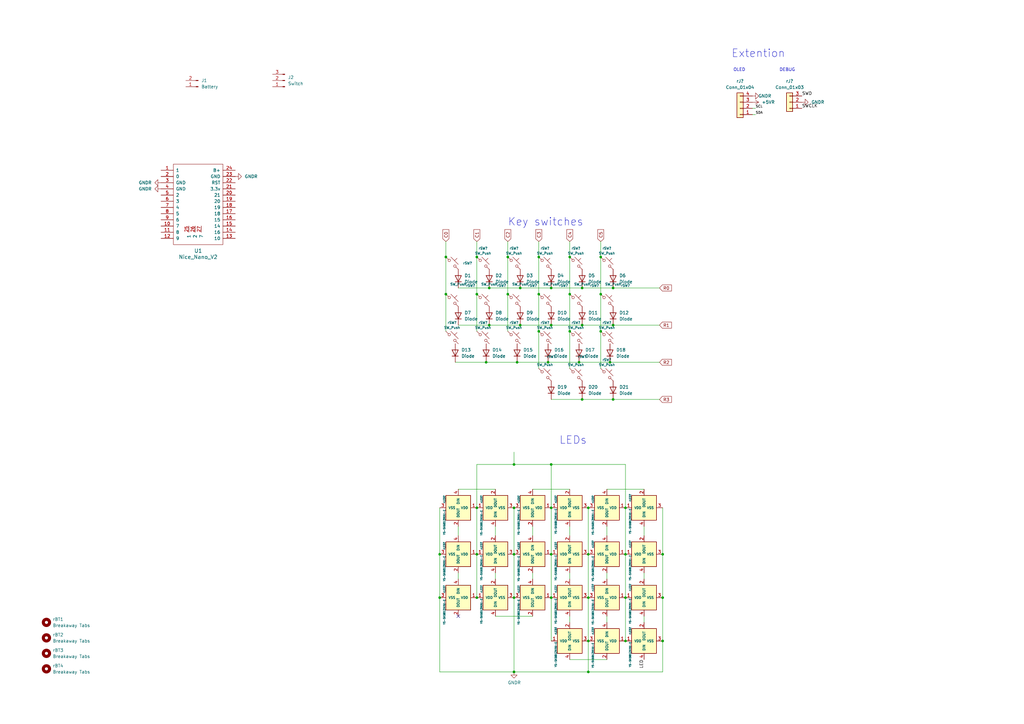
<source format=kicad_sch>
(kicad_sch (version 20250114) (generator "eeschema") (generator_version "9.0")
  (paper "A3")
  (title_block (title "Corne Right") (date "2023-10-07") (rev "4.0.0") (company "foostan"))
  (lib_symbols
    (symbol "Connector:Conn_01x02_Pin" (pin_names (offset 1.016) (hide yes))
      (property "Reference" "J" (at 0 2.54 0))
      (property "Value" "Conn_01x02_Pin" (at 0 -5.08 0))
      (symbol "Conn_01x02_Pin_1_1"
        (rectangle (start 0.8636 0.127) (end 0 -0.127) (stroke (width 0.1524)) (fill (type outline)))
        (rectangle (start 0.8636 -2.413) (end 0 -2.667) (stroke (width 0.1524)) (fill (type outline)))
        (polyline (pts (xy 1.27 0) (xy 0.8636 0)) (stroke (width 0.1524)))
        (polyline (pts (xy 1.27 -2.54) (xy 0.8636 -2.54)) (stroke (width 0.1524)))
        (pin passive line (at 5.08 0 180) (length 3.81) (name "Pin_1") (number "1"))
        (pin passive line (at 5.08 -2.54 180) (length 3.81) (name "Pin_2") (number "2"))
      )
    )
    (symbol "Connector:Conn_01x03_Pin" (pin_names (offset 1.016) (hide yes))
      (property "Reference" "J" (at 0 5.08 0))
      (property "Value" "Conn_01x03_Pin" (at 0 -5.08 0))
      (symbol "Conn_01x03_Pin_1_1"
        (rectangle (start 0.8636 2.667) (end 0 2.413) (stroke (width 0.1524)) (fill (type outline)))
        (rectangle (start 0.8636 0.127) (end 0 -0.127) (stroke (width 0.1524)) (fill (type outline)))
        (rectangle (start 0.8636 -2.413) (end 0 -2.667) (stroke (width 0.1524)) (fill (type outline)))
        (polyline (pts (xy 1.27 2.54) (xy 0.8636 2.54)) (stroke (width 0.1524)))
        (polyline (pts (xy 1.27 0) (xy 0.8636 0)) (stroke (width 0.1524)))
        (polyline (pts (xy 1.27 -2.54) (xy 0.8636 -2.54)) (stroke (width 0.1524)))
        (pin passive line (at 5.08 2.54 180) (length 3.81) (name "Pin_1") (number "1"))
        (pin passive line (at 5.08 0 180) (length 3.81) (name "Pin_2") (number "2"))
        (pin passive line (at 5.08 -2.54 180) (length 3.81) (name "Pin_3") (number "3"))
      )
    )
    (symbol "Connector_Generic:Conn_01x03" (pin_names (offset 1.016) (hide yes))
      (property "Reference" "J" (at 0 5.08 0))
      (property "Value" "Conn_01x03" (at 0 -5.08 0))
      (symbol "Conn_01x03_1_1"
        (rectangle (start -1.27 3.81) (end 1.27 -3.81) (stroke (width 0.254)) (fill (type background)))
        (rectangle (start -1.27 2.667) (end 0 2.413) (stroke (width 0.1524)))
        (rectangle (start -1.27 0.127) (end 0 -0.127) (stroke (width 0.1524)))
        (rectangle (start -1.27 -2.413) (end 0 -2.667) (stroke (width 0.1524)))
        (pin passive line (at -5.08 2.54 0) (length 3.81) (name "Pin_1") (number "1"))
        (pin passive line (at -5.08 0 0) (length 3.81) (name "Pin_2") (number "2"))
        (pin passive line (at -5.08 -2.54 0) (length 3.81) (name "Pin_3") (number "3"))
      )
    )
    (symbol "Connector_Generic:Conn_01x04" (pin_names (offset 1.016) (hide yes))
      (property "Reference" "J" (at 0 5.08 0))
      (property "Value" "Conn_01x04" (at 0 -7.62 0))
      (symbol "Conn_01x04_1_1"
        (rectangle (start -1.27 3.81) (end 1.27 -6.35) (stroke (width 0.254)) (fill (type background)))
        (rectangle (start -1.27 2.667) (end 0 2.413) (stroke (width 0.1524)))
        (rectangle (start -1.27 0.127) (end 0 -0.127) (stroke (width 0.1524)))
        (rectangle (start -1.27 -2.413) (end 0 -2.667) (stroke (width 0.1524)))
        (rectangle (start -1.27 -4.953) (end 0 -5.207) (stroke (width 0.1524)))
        (pin passive line (at -5.08 2.54 0) (length 3.81) (name "Pin_1") (number "1"))
        (pin passive line (at -5.08 0 0) (length 3.81) (name "Pin_2") (number "2"))
        (pin passive line (at -5.08 -2.54 0) (length 3.81) (name "Pin_3") (number "3"))
        (pin passive line (at -5.08 -5.08 0) (length 3.81) (name "Pin_4") (number "4"))
      )
    )
    (symbol "Mechanical:MountingHole" (pin_names (offset 1.016))
      (property "Reference" "H" (at 0 5.08 0))
      (property "Value" "MountingHole" (at 0 3.175 0))
      (symbol "MountingHole_0_1"
        (circle (center 0 0) (radius 1.27) (stroke (width 1.27)))
      )
    )
    (symbol "ScottoKeebs:MCU_Nice_Nano_V2" (pin_names (offset 1.016))
      (property "Reference" "U" (at 0 0 0))
      (property "Value" "Nice_Nano_V2" (at 0 -19.05 0))
      (symbol "MCU_Nice_Nano_V2_0_1"
        (rectangle (start -10.16 16.51) (end 10.16 -16.51))
      )
      (symbol "MCU_Nice_Nano_V2_1_1"
        (pin input line (at -15.24 13.97 0) (length 5.08) (name "1") (number "1"))
        (pin input line (at -15.24 11.43 0) (length 5.08) (name "0") (number "2"))
        (pin input line (at -15.24 8.89 0) (length 5.08) (name "GND") (number "3"))
        (pin input line (at -15.24 6.35 0) (length 5.08) (name "GND") (number "4"))
        (pin input line (at -15.24 3.81 0) (length 5.08) (name "2") (number "5"))
        (pin input line (at -15.24 1.27 0) (length 5.08) (name "3") (number "6"))
        (pin input line (at -15.24 -1.27 0) (length 5.08) (name "4") (number "7"))
        (pin input line (at -15.24 -3.81 0) (length 5.08) (name "5") (number "8"))
        (pin input line (at -15.24 -6.35 0) (length 5.08) (name "6") (number "9"))
        (pin input line (at -15.24 -8.89 0) (length 5.08) (name "7") (number "10"))
        (pin input line (at -15.24 -11.43 0) (length 5.08) (name "8") (number "11"))
        (pin input line (at -15.24 -13.97 0) (length 5.08) (name "9") (number "12"))
        (pin input line (at -3.81 -8.89 270) (length 2.5) (name "1") (number "25"))
        (pin input line (at -1.27 -8.89 270) (length 2.5) (name "2") (number "26"))
        (pin input line (at 1.27 -8.89 270) (length 2.5) (name "7") (number "27"))
        (pin input line (at 15.24 13.97 180) (length 5.08) (name "B+") (number "24"))
        (pin input line (at 15.24 11.43 180) (length 5.08) (name "GND") (number "23"))
        (pin input line (at 15.24 8.89 180) (length 5.08) (name "RST") (number "22"))
        (pin input line (at 15.24 6.35 180) (length 5.08) (name "3.3v") (number "21"))
        (pin input line (at 15.24 3.81 180) (length 5.08) (name "21") (number "20"))
        (pin input line (at 15.24 1.27 180) (length 5.08) (name "20") (number "19"))
        (pin input line (at 15.24 -1.27 180) (length 5.08) (name "19") (number "18"))
        (pin input line (at 15.24 -3.81 180) (length 5.08) (name "18") (number "17"))
        (pin input line (at 15.24 -6.35 180) (length 5.08) (name "15") (number "16"))
        (pin input line (at 15.24 -8.89 180) (length 5.08) (name "14") (number "15"))
        (pin input line (at 15.24 -11.43 180) (length 5.08) (name "16") (number "14"))
        (pin input line (at 15.24 -13.97 180) (length 5.08) (name "10") (number "13"))
      )
    )
    (symbol "ScottoKeebs:Placeholder_Diode" (pin_numbers (hide yes)) (pin_names (hide yes))
      (property "Reference" "D" (at 0 2.54 0))
      (property "Value" "Diode" (at 0 -2.54 0))
      (symbol "Placeholder_Diode_0_1"
        (polyline (pts (xy -1.27 1.27) (xy -1.27 -1.27)) (stroke (width 0.254)))
        (polyline (pts (xy 1.27 1.27) (xy 1.27 -1.27) (xy -1.27 0) (xy 1.27 1.27)) (stroke (width 0.254)))
        (polyline (pts (xy 1.27 0) (xy -1.27 0)))
      )
      (symbol "Placeholder_Diode_1_1"
        (pin passive line (at -3.81 0 0) (length 2.54) (name "K") (number "1"))
        (pin passive line (at 3.81 0 180) (length 2.54) (name "A") (number "2"))
      )
    )
    (symbol "Switch:SW_Push_45deg" (pin_numbers (hide yes)) (pin_names (offset 1.016) (hide yes))
      (property "Reference" "SW" (at 3.048 1.016 0))
      (property "Value" "SW_Push_45deg" (at 0 -3.81 0))
      (symbol "SW_Push_45deg_0_1"
        (polyline (pts (xy -2.54 2.54) (xy -1.524 1.524) (xy -1.524 1.524)))
        (circle (center -1.1684 1.1684) (radius 0.508))
        (polyline (pts (xy -0.508 2.54) (xy 2.54 -0.508)))
        (polyline (pts (xy 1.016 1.016) (xy 2.032 2.032)))
        (circle (center 1.143 -1.1938) (radius 0.508))
        (polyline (pts (xy 1.524 -1.524) (xy 2.54 -2.54) (xy 2.54 -2.54) (xy 2.54 -2.54)))
        (pin passive line (at -2.54 2.54 0) (length 0) (name "1") (number "1"))
        (pin passive line (at 2.54 -2.54 180) (length 0) (name "2") (number "2"))
      )
    )
    (symbol "kbd:+5VR" (power) (pin_names (offset 0))
      (property "Value" "+5VR" (at 0 3.556 0))
      (symbol "+5VR_0_1"
        (polyline (pts (xy -0.762 1.27) (xy 0 2.54)))
        (polyline (pts (xy 0 2.54) (xy 0.762 1.27)))
        (polyline (pts (xy 0 0) (xy 0 2.54)))
      )
      (symbol "+5VR_1_1"
        (pin power_in line (at 0 0 90) (length 0) (hide yes) (name "+5VR") (number "1"))
      )
    )
    (symbol "kbd:GNDR" (power) (pin_names (offset 0))
      (property "Value" "GNDR" (at 0 -3.81 0))
      (symbol "GNDR_0_1"
        (polyline (pts (xy 0 0) (xy 0 -1.27) (xy 1.27 -1.27) (xy 0 -2.54) (xy -1.27 -1.27) (xy 0 -1.27)))
      )
      (symbol "GNDR_1_1"
        (pin power_in line (at 0 0 270) (length 0) (hide yes) (name "GNDR") (number "1"))
      )
    )
    (symbol "kbd_local:YS-SK6812MINI-E" (pin_names (offset 1.016))
      (property "Reference" "LED" (at 2.54 -7.62 0))
      (property "Value" "YS-SK6812MINI-E" (at 6.35 -6.35 0))
      (symbol "YS-SK6812MINI-E_0_1"
        (rectangle (start -5.08 5.08) (end 5.08 -5.08) (stroke (width 0.254)) (fill (type background)))
      )
      (symbol "YS-SK6812MINI-E_1_1"
        (pin input line (at -7.62 0 0) (length 2.54) (name "DIN") (number "4"))
        (pin power_in line (at 0 7.62 270) (length 2.54) (name "VDD") (number "1"))
        (pin power_in line (at 0 -7.62 90) (length 2.54) (name "VSS") (number "3"))
        (pin output line (at 7.62 0 180) (length 2.54) (name "DOUT") (number "2"))
      )
    )
  )
  (text "DEBUG" (at 319.659 29.464 0) (effects (font (size 1.27 1.27)) (justify left bottom)))
  (text "Key switches" (at 208.28 92.964 0) (effects (font (size 3.175 3.175)) (justify left bottom)))
  (text "LEDs" (at 229.362 182.499 0) (effects (font (size 3.175 3.175)) (justify left bottom)))
  (text "Extention" (at 299.974 23.876 0) (effects (font (size 3.175 3.175)) (justify left bottom)))
  (text "OLED" (at 300.736 29.464 0) (effects (font (size 1.27 1.27)) (justify left bottom)))
  (junction (at 237.49 148.59))
  (junction (at 238.76 118.11))
  (junction (at 180.34 245.11))
  (junction (at 226.06 227.33))
  (junction (at 210.82 245.11))
  (junction (at 241.3 227.33))
  (junction (at 200.66 118.11))
  (junction (at 256.54 227.33))
  (junction (at 238.76 133.35))
  (junction (at 195.58 208.28))
  (junction (at 208.28 105.41))
  (junction (at 226.06 245.11))
  (junction (at 224.79 148.59))
  (junction (at 271.78 262.89))
  (junction (at 246.38 135.89))
  (junction (at 251.46 133.35))
  (junction (at 182.88 120.65))
  (junction (at 271.78 245.11))
  (junction (at 200.66 133.35))
  (junction (at 233.68 120.65))
  (junction (at 238.76 163.83))
  (junction (at 256.54 262.89))
  (junction (at 241.3 245.11))
  (junction (at 251.46 163.83))
  (junction (at 210.82 190.5))
  (junction (at 195.58 105.41))
  (junction (at 226.06 190.5))
  (junction (at 210.82 227.33))
  (junction (at 195.58 120.65))
  (junction (at 241.3 208.28))
  (junction (at 213.36 133.35))
  (junction (at 256.54 208.28))
  (junction (at 226.06 133.35))
  (junction (at 241.3 262.89))
  (junction (at 250.19 148.59))
  (junction (at 251.46 118.11))
  (junction (at 213.36 118.11))
  (junction (at 246.38 105.41))
  (junction (at 256.54 245.11))
  (junction (at 210.82 275.59))
  (junction (at 226.06 208.28))
  (junction (at 233.68 135.89))
  (junction (at 208.28 120.65))
  (junction (at 212.09 148.59))
  (junction (at 246.38 120.65))
  (junction (at 241.3 275.59))
  (junction (at 220.98 105.41))
  (junction (at 220.98 135.89))
  (junction (at 233.68 105.41))
  (junction (at 195.58 245.11))
  (junction (at 180.34 227.33))
  (junction (at 195.58 227.33))
  (junction (at 182.88 105.41))
  (junction (at 210.82 208.28))
  (junction (at 220.98 120.65))
  (junction (at 226.06 118.11))
  (junction (at 199.39 148.59))
  (junction (at 271.78 227.33))
  (no_connect (at 187.96 252.73))
  (wire (pts (xy 182.88 105.41) (xy 182.88 120.65)))
  (wire (pts (xy 200.66 133.35) (xy 213.36 133.35)))
  (wire (pts (xy 241.3 208.28) (xy 241.3 227.33)))
  (wire (pts (xy 210.82 227.33) (xy 210.82 245.11)))
  (wire (pts (xy 251.46 163.83) (xy 270.51 163.83)))
  (wire (pts (xy 241.3 262.89) (xy 241.3 275.59)))
  (wire (pts (xy 213.36 118.11) (xy 226.06 118.11)))
  (wire (pts (xy 199.39 148.59) (xy 212.09 148.59)))
  (wire (pts (xy 233.68 99.06) (xy 233.68 105.41)))
  (wire (pts (xy 226.06 133.35) (xy 238.76 133.35)))
  (wire (pts (xy 210.82 190.5) (xy 195.58 190.5)))
  (wire (pts (xy 180.34 245.11) (xy 180.34 275.59)))
  (wire (pts (xy 224.79 148.59) (xy 237.49 148.59)))
  (wire (pts (xy 256.54 227.33) (xy 256.54 245.11)))
  (wire (pts (xy 226.06 245.11) (xy 226.06 262.89)))
  (wire (pts (xy 264.16 234.95) (xy 264.16 237.49)))
  (wire (pts (xy 213.36 133.35) (xy 226.06 133.35)))
  (wire (pts (xy 271.78 275.59) (xy 241.3 275.59)))
  (wire (pts (xy 226.06 163.83) (xy 238.76 163.83)))
  (wire (pts (xy 233.68 252.73) (xy 233.68 255.27)))
  (wire (pts (xy 248.92 215.9) (xy 248.92 219.71)))
  (wire (pts (xy 195.58 105.41) (xy 195.58 120.65)))
  (wire (pts (xy 237.49 148.59) (xy 250.19 148.59)))
  (wire (pts (xy 180.34 208.28) (xy 180.34 227.33)))
  (wire (pts (xy 238.76 118.11) (xy 251.46 118.11)))
  (wire (pts (xy 182.88 99.06) (xy 182.88 105.41)))
  (wire (pts (xy 218.44 234.95) (xy 218.44 237.49)))
  (wire (pts (xy 187.96 118.11) (xy 200.66 118.11)))
  (wire (pts (xy 210.82 275.59) (xy 241.3 275.59)))
  (wire (pts (xy 271.78 245.11) (xy 271.78 262.89)))
  (wire (pts (xy 208.28 120.65) (xy 208.28 135.89)))
  (wire (pts (xy 233.68 237.49) (xy 233.68 234.95)))
  (wire (pts (xy 246.38 135.89) (xy 246.38 151.13)))
  (wire (pts (xy 233.68 200.66) (xy 218.44 200.66)))
  (wire (pts (xy 256.54 245.11) (xy 256.54 262.89)))
  (wire (pts (xy 309.88 46.99) (xy 308.61 46.99)))
  (wire (pts (xy 251.46 118.11) (xy 270.51 118.11)))
  (wire (pts (xy 246.38 99.06) (xy 246.38 105.41)))
  (wire (pts (xy 241.3 227.33) (xy 241.3 245.11)))
  (wire (pts (xy 195.58 190.5) (xy 195.58 208.28)))
  (wire (pts (xy 203.2 252.73) (xy 218.44 252.73)))
  (wire (pts (xy 233.68 219.71) (xy 233.68 215.9)))
  (wire (pts (xy 226.06 118.11) (xy 238.76 118.11)))
  (wire (pts (xy 233.68 105.41) (xy 233.68 120.65)))
  (wire (pts (xy 218.44 219.71) (xy 218.44 215.9)))
  (wire (pts (xy 208.28 105.41) (xy 208.28 120.65)))
  (wire (pts (xy 264.16 215.9) (xy 264.16 219.71)))
  (wire (pts (xy 220.98 135.89) (xy 220.98 151.13)))
  (wire (pts (xy 195.58 227.33) (xy 195.58 245.11)))
  (wire (pts (xy 271.78 208.28) (xy 271.78 227.33)))
  (wire (pts (xy 200.66 118.11) (xy 213.36 118.11)))
  (wire (pts (xy 251.46 133.35) (xy 270.51 133.35)))
  (wire (pts (xy 250.19 148.59) (xy 270.51 148.59)))
  (wire (pts (xy 180.34 227.33) (xy 180.34 245.11)))
  (wire (pts (xy 210.82 208.28) (xy 210.82 227.33)))
  (wire (pts (xy 246.38 105.41) (xy 246.38 120.65)))
  (wire (pts (xy 220.98 99.06) (xy 220.98 105.41)))
  (wire (pts (xy 233.68 135.89) (xy 233.68 151.13)))
  (wire (pts (xy 212.09 148.59) (xy 224.79 148.59)))
  (wire (pts (xy 238.76 133.35) (xy 251.46 133.35)))
  (wire (pts (xy 309.88 44.45) (xy 308.61 44.45)))
  (wire (pts (xy 256.54 190.5) (xy 256.54 208.28)))
  (wire (pts (xy 187.96 133.35) (xy 200.66 133.35)))
  (wire (pts (xy 203.2 237.49) (xy 203.2 234.95)))
  (wire (pts (xy 186.69 148.59) (xy 199.39 148.59)))
  (wire (pts (xy 203.2 219.71) (xy 203.2 215.9)))
  (wire (pts (xy 208.28 99.06) (xy 208.28 105.41)))
  (wire (pts (xy 241.3 245.11) (xy 241.3 262.89)))
  (wire (pts (xy 271.78 262.89) (xy 271.78 275.59)))
  (wire (pts (xy 246.38 120.65) (xy 246.38 135.89)))
  (wire (pts (xy 256.54 208.28) (xy 256.54 227.33)))
  (wire (pts (xy 220.98 105.41) (xy 220.98 120.65)))
  (wire (pts (xy 248.92 270.51) (xy 233.68 270.51)))
  (wire (pts (xy 238.76 163.83) (xy 251.46 163.83)))
  (wire (pts (xy 187.96 234.95) (xy 187.96 237.49)))
  (wire (pts (xy 210.82 190.5) (xy 226.06 190.5)))
  (wire (pts (xy 195.58 99.06) (xy 195.58 105.41)))
  (wire (pts (xy 195.58 208.28) (xy 195.58 227.33)))
  (wire (pts (xy 248.92 234.95) (xy 248.92 237.49)))
  (wire (pts (xy 203.2 200.66) (xy 187.96 200.66)))
  (wire (pts (xy 271.78 227.33) (xy 271.78 245.11)))
  (wire (pts (xy 248.92 200.66) (xy 264.16 200.66)))
  (wire (pts (xy 226.06 208.28) (xy 226.06 227.33)))
  (wire (pts (xy 226.06 190.5) (xy 226.06 208.28)))
  (wire (pts (xy 210.82 185.42) (xy 210.82 190.5)))
  (wire (pts (xy 226.06 190.5) (xy 256.54 190.5)))
  (wire (pts (xy 226.06 227.33) (xy 226.06 245.11)))
  (wire (pts (xy 195.58 120.65) (xy 195.58 135.89)))
  (wire (pts (xy 180.34 275.59) (xy 210.82 275.59)))
  (wire (pts (xy 187.96 215.9) (xy 187.96 219.71)))
  (wire (pts (xy 233.68 120.65) (xy 233.68 135.89)))
  (wire (pts (xy 220.98 120.65) (xy 220.98 135.89)))
  (wire (pts (xy 264.16 252.73) (xy 264.16 255.27)))
  (wire (pts (xy 210.82 245.11) (xy 210.82 275.59)))
  (wire (pts (xy 182.88 120.65) (xy 182.88 135.89)))
  (wire (pts (xy 248.92 252.73) (xy 248.92 255.27)))
  (label "SCL" (at 309.88 44.45 0) (effects (font (size 1 1))))
  (label "SWD" (at 328.93 39.37 0))
  (label "LED" (at 264.16 270.51 270))
  (label "SWCLK" (at 328.93 44.45 0))
  (label "SDA" (at 309.88 46.99 0) (effects (font (size 1 1))))
  (global_label "R2" (shape input) (at 270.51 148.59 0) (property "Intersheetrefs" "${INTERSHEET_REFS}" (effects (hide yes))))
  (global_label "C0" (shape input) (at 182.88 99.06 90) (property "Intersheetrefs" "${INTERSHEET_REFS}" (effects (hide yes))))
  (global_label "R1" (shape input) (at 270.51 133.35 0) (property "Intersheetrefs" "${INTERSHEET_REFS}" (effects (hide yes))))
  (global_label "C1" (shape input) (at 195.58 99.06 90) (property "Intersheetrefs" "${INTERSHEET_REFS}" (effects (hide yes))))
  (global_label "R0" (shape input) (at 270.51 118.11 0) (property "Intersheetrefs" "${INTERSHEET_REFS}" (effects (hide yes))))
  (global_label "R3" (shape input) (at 270.51 163.83 0) (property "Intersheetrefs" "${INTERSHEET_REFS}" (effects (hide yes))))
  (global_label "C3" (shape input) (at 220.98 99.06 90) (property "Intersheetrefs" "${INTERSHEET_REFS}" (effects (hide yes))))
  (global_label "C4" (shape input) (at 233.68 99.06 90) (property "Intersheetrefs" "${INTERSHEET_REFS}" (effects (hide yes))))
  (global_label "C5" (shape input) (at 246.38 99.06 90) (property "Intersheetrefs" "${INTERSHEET_REFS}" (effects (hide yes))))
  (global_label "C2" (shape input) (at 208.28 99.06 90) (property "Intersheetrefs" "${INTERSHEET_REFS}" (effects (hide yes))))
  (symbol (lib_id "kbd:GNDR") (at 328.93 41.91 90) (unit 1)
    (property "Reference" "#PWR?" (effects (hide yes)))
    (property "Value" "GNDR" (at 332.74 41.91 90) (effects (justify right)))
  )
  (symbol (lib_id "ScottoKeebs:Placeholder_Diode") (at 251.46 114.3 90) (unit 1)
    (property "Reference" "D6" (at 254 113.0299 90) (effects (justify right)))
    (property "Value" "Diode" (at 254 115.5699 90) (effects (justify right)))
    (property "Footprint" "Diode_SMD:D_SOD-123" (effects (hide yes)))
    (property "Description" "1N4148 (DO-35) or 1N4148W (SOD-123)" (effects (hide yes)))
    (property "Sim.Device" "D" (effects (hide yes)))
    (property "Sim.Pins" "1=K 2=A" (effects (hide yes)))
  )
  (symbol (lib_id "kbd_local:YS-SK6812MINI-E") (at 233.68 245.11 90) (unit 1)
    (property "Reference" "rLED?" (at 227.965 243.205 0) (effects (font (size 0.7366 0.7366)) (justify left)))
    (property "Value" "YS-SK6812MINI-E" (at 227.965 255.905 0) (effects (font (size 0.7366 0.7366)) (justify left)))
    (property "Footprint" "kbd:YS-SK6812MINI-E" (effects (hide yes)))
  )
  (symbol (lib_id "Switch:SW_Push_45deg") (at 236.22 123.19 0) (unit 1)
    (property "Reference" "rSW?" (at 243.84 117.094 0) (effects (font (size 1 1))))
    (property "Value" "SW_Push" (at 238.76 116.586 0) (effects (font (size 1 1))))
    (property "Footprint" "kbd:keyswitch_cherrymx_hotswap_1u" (effects (hide yes)))
    (property "Description" "Push button switch, normally open, two pins, 45° tilted" (effects (hide yes)))
  )
  (symbol (lib_id "Switch:SW_Push_45deg") (at 248.92 107.95 0) (unit 1)
    (property "Reference" "rSW?" (at 248.92 101.854 0) (effects (font (size 1 1))))
    (property "Value" "SW_Push" (at 248.92 103.886 0) (effects (font (size 1 1))))
    (property "Footprint" "kbd:keyswitch_cherrymx_hotswap_1u" (effects (hide yes)))
    (property "Description" "Push button switch, normally open, two pins, 45° tilted" (effects (hide yes)))
  )
  (symbol (lib_id "ScottoKeebs:Placeholder_Diode") (at 212.09 144.78 90) (unit 1)
    (property "Reference" "D15" (at 214.63 143.5099 90) (effects (justify right)))
    (property "Value" "Diode" (at 214.63 146.0499 90) (effects (justify right)))
    (property "Footprint" "Diode_SMD:D_SOD-123" (effects (hide yes)))
    (property "Description" "1N4148 (DO-35) or 1N4148W (SOD-123)" (effects (hide yes)))
    (property "Sim.Device" "D" (effects (hide yes)))
    (property "Sim.Pins" "1=K 2=A" (effects (hide yes)))
  )
  (symbol (lib_id "ScottoKeebs:Placeholder_Diode") (at 226.06 114.3 90) (unit 1)
    (property "Reference" "D4" (at 228.6 113.0299 90) (effects (justify right)))
    (property "Value" "Diode" (at 228.6 115.5699 90) (effects (justify right)))
    (property "Footprint" "Diode_SMD:D_SOD-123" (effects (hide yes)))
    (property "Description" "1N4148 (DO-35) or 1N4148W (SOD-123)" (effects (hide yes)))
    (property "Sim.Device" "D" (effects (hide yes)))
    (property "Sim.Pins" "1=K 2=A" (effects (hide yes)))
  )
  (symbol (lib_id "ScottoKeebs:Placeholder_Diode") (at 250.19 144.78 90) (unit 1)
    (property "Reference" "D18" (at 252.73 143.5099 90) (effects (justify right)))
    (property "Value" "Diode" (at 252.73 146.0499 90) (effects (justify right)))
    (property "Footprint" "Diode_SMD:D_SOD-123" (effects (hide yes)))
    (property "Description" "1N4148 (DO-35) or 1N4148W (SOD-123)" (effects (hide yes)))
    (property "Sim.Device" "D" (effects (hide yes)))
    (property "Sim.Pins" "1=K 2=A" (effects (hide yes)))
  )
  (symbol (lib_id "kbd_local:YS-SK6812MINI-E") (at 248.92 208.28 270) (unit 1)
    (property "Reference" "rLED?" (at 243.205 203.2 0) (effects (font (size 0.7366 0.7366)) (justify left)))
    (property "Value" "YS-SK6812MINI-E" (at 243.205 208.915 0) (effects (font (size 0.7366 0.7366)) (justify left)))
    (property "Footprint" "kbd:YS-SK6812MINI-E" (effects (hide yes)))
  )
  (symbol (lib_id "ScottoKeebs:Placeholder_Diode") (at 186.69 144.78 90) (unit 1)
    (property "Reference" "D13" (at 189.23 143.5099 90) (effects (justify right)))
    (property "Value" "Diode" (at 189.23 146.0499 90) (effects (justify right)))
    (property "Footprint" "Diode_SMD:D_SOD-123" (effects (hide yes)))
    (property "Description" "1N4148 (DO-35) or 1N4148W (SOD-123)" (effects (hide yes)))
    (property "Sim.Device" "D" (effects (hide yes)))
    (property "Sim.Pins" "1=K 2=A" (effects (hide yes)))
  )
  (symbol (lib_id "ScottoKeebs:Placeholder_Diode") (at 213.36 114.3 90) (unit 1)
    (property "Reference" "D3" (at 215.9 113.0299 90) (effects (justify right)))
    (property "Value" "Diode" (at 215.9 115.5699 90) (effects (justify right)))
    (property "Footprint" "Diode_SMD:D_SOD-123" (effects (hide yes)))
    (property "Description" "1N4148 (DO-35) or 1N4148W (SOD-123)" (effects (hide yes)))
    (property "Sim.Device" "D" (effects (hide yes)))
    (property "Sim.Pins" "1=K 2=A" (effects (hide yes)))
  )
  (symbol (lib_id "Switch:SW_Push_45deg") (at 236.22 107.95 0) (unit 1)
    (property "Reference" "rSW?" (at 236.22 101.854 0) (effects (font (size 1 1))))
    (property "Value" "SW_Push" (at 236.22 103.886 0) (effects (font (size 1 1))))
    (property "Footprint" "kbd:keyswitch_cherrymx_hotswap_1u" (effects (hide yes)))
    (property "Description" "Push button switch, normally open, two pins, 45° tilted" (effects (hide yes)))
  )
  (symbol (lib_id "kbd_local:YS-SK6812MINI-E") (at 203.2 208.28 90) (unit 1)
    (property "Reference" "rLED?" (at 197.485 206.375 0) (effects (font (size 0.7366 0.7366)) (justify left)))
    (property "Value" "YS-SK6812MINI-E" (at 197.485 219.71 0) (effects (font (size 0.7366 0.7366)) (justify left)))
    (property "Footprint" "kbd:YS-SK6812MINI-E" (effects (hide yes)))
  )
  (symbol (lib_id "Switch:SW_Push_45deg") (at 198.12 138.43 0) (unit 1)
    (property "Reference" "rSW?" (at 198.12 132.334 0) (effects (font (size 1 1))))
    (property "Value" "SW_Push" (at 198.12 134.366 0) (effects (font (size 1 1))))
    (property "Footprint" "kbd:keyswitch_cherrymx_hotswap_1u" (effects (hide yes)))
    (property "Description" "Push button switch, normally open, two pins, 45° tilted" (effects (hide yes)))
  )
  (symbol (lib_id "kbd_local:YS-SK6812MINI-E") (at 233.68 227.33 90) (unit 1)
    (property "Reference" "rLED?" (at 227.965 225.425 0) (effects (font (size 0.7366 0.7366)) (justify left)))
    (property "Value" "YS-SK6812MINI-E" (at 227.965 238.125 0) (effects (font (size 0.7366 0.7366)) (justify left)))
    (property "Footprint" "kbd:YS-SK6812MINI-E" (effects (hide yes)))
  )
  (symbol (lib_id "Switch:SW_Push_45deg") (at 210.82 138.43 0) (unit 1)
    (property "Reference" "rSW?" (at 210.82 132.334 0) (effects (font (size 1 1))))
    (property "Value" "SW_Push" (at 210.82 134.366 0) (effects (font (size 1 1))))
    (property "Footprint" "kbd:keyswitch_cherrymx_hotswap_1u" (effects (hide yes)))
    (property "Description" "Push button switch, normally open, two pins, 45° tilted" (effects (hide yes)))
  )
  (symbol (lib_id "kbd_local:YS-SK6812MINI-E") (at 248.92 245.11 270) (unit 1)
    (property "Reference" "rLED?" (at 243.205 239.395 0) (effects (font (size 0.7366 0.7366)) (justify left)))
    (property "Value" "YS-SK6812MINI-E" (at 243.205 245.745 0) (effects (font (size 0.7366 0.7366)) (justify left)))
    (property "Footprint" "kbd:YS-SK6812MINI-E" (effects (hide yes)))
  )
  (symbol (lib_id "Switch:SW_Push_45deg") (at 248.92 153.67 0) (unit 1)
    (property "Reference" "rSW?" (at 248.92 147.574 0) (effects (font (size 1 1))))
    (property "Value" "SW_Push" (at 248.92 149.606 0) (effects (font (size 1 1))))
    (property "Footprint" "kbd:keyswitch_cherrymx_hotswap_1.5u" (effects (hide yes)))
    (property "Description" "Push button switch, normally open, two pins, 45° tilted" (effects (hide yes)))
  )
  (symbol (lib_id "ScottoKeebs:Placeholder_Diode") (at 199.39 144.78 90) (unit 1)
    (property "Reference" "D14" (at 201.93 143.5099 90) (effects (justify right)))
    (property "Value" "Diode" (at 201.93 146.0499 90) (effects (justify right)))
    (property "Footprint" "Diode_SMD:D_SOD-123" (effects (hide yes)))
    (property "Description" "1N4148 (DO-35) or 1N4148W (SOD-123)" (effects (hide yes)))
    (property "Sim.Device" "D" (effects (hide yes)))
    (property "Sim.Pins" "1=K 2=A" (effects (hide yes)))
  )
  (symbol (lib_id "Mechanical:MountingHole") (at 19.05 274.32 0) (unit 1)
    (property "Reference" "rBT4" (at 21.59 273.05 0) (effects (justify left)))
    (property "Value" "Breakaway Tabs" (at 21.59 275.59 0) (effects (justify left)))
    (property "Footprint" "kbd:Breakaway_Tabs" (effects (hide yes)))
  )
  (symbol (lib_id "Connector:Conn_01x02_Pin") (at 81.28 35.56 180) (unit 1)
    (property "Reference" "J1" (at 82.55 33.0199 0) (effects (justify right)))
    (property "Value" "Battery" (at 82.55 35.5599 0) (effects (justify right)))
    (property "Description" "Generic connector, single row, 01x02, script generated" (effects (hide yes)))
  )
  (symbol (lib_id "Connector:Conn_01x03_Pin") (at 116.84 33.02 180) (unit 1)
    (property "Reference" "J2" (at 118.11 31.7499 0) (effects (justify right)))
    (property "Value" "Switch" (at 118.11 34.2899 0) (effects (justify right)))
    (property "Description" "Generic connector, single row, 01x03, script generated" (effects (hide yes)))
  )
  (symbol (lib_id "kbd_local:YS-SK6812MINI-E") (at 248.92 262.89 270) (unit 1)
    (property "Reference" "rLED?" (at 243.205 257.175 0) (effects (font (size 0.7366 0.7366)) (justify left)))
    (property "Value" "YS-SK6812MINI-E" (at 243.205 263.525 0) (effects (font (size 0.7366 0.7366)) (justify left)))
    (property "Footprint" "kbd:YS-SK6812MINI-E" (effects (hide yes)))
  )
  (symbol (lib_id "ScottoKeebs:Placeholder_Diode") (at 237.49 144.78 90) (unit 1)
    (property "Reference" "D17" (at 240.03 143.5099 90) (effects (justify right)))
    (property "Value" "Diode" (at 240.03 146.0499 90) (effects (justify right)))
    (property "Footprint" "Diode_SMD:D_SOD-123" (effects (hide yes)))
    (property "Description" "1N4148 (DO-35) or 1N4148W (SOD-123)" (effects (hide yes)))
    (property "Sim.Device" "D" (effects (hide yes)))
    (property "Sim.Pins" "1=K 2=A" (effects (hide yes)))
  )
  (symbol (lib_id "kbd_local:YS-SK6812MINI-E") (at 233.68 208.28 90) (unit 1)
    (property "Reference" "rLED?" (at 227.965 206.375 0) (effects (font (size 0.7366 0.7366)) (justify left)))
    (property "Value" "YS-SK6812MINI-E" (at 227.965 219.075 0) (effects (font (size 0.7366 0.7366)) (justify left)))
    (property "Footprint" "kbd:YS-SK6812MINI-E" (effects (hide yes)))
  )
  (symbol (lib_id "kbd_local:YS-SK6812MINI-E") (at 264.16 208.28 90) (unit 1)
    (property "Reference" "rLED?" (at 258.445 205.74 0) (effects (font (size 0.7366 0.7366)) (justify left)))
    (property "Value" "YS-SK6812MINI-E" (at 258.445 219.075 0) (effects (font (size 0.7366 0.7366)) (justify left)))
    (property "Footprint" "kbd:YS-SK6812MINI-E" (effects (hide yes)))
  )
  (symbol (lib_id "ScottoKeebs:Placeholder_Diode") (at 187.96 114.3 90) (unit 1)
    (property "Reference" "D1" (at 190.5 113.0299 90) (effects (justify right)))
    (property "Value" "Diode" (at 190.5 115.5699 90) (effects (justify right)))
    (property "Footprint" "Diode_SMD:D_SOD-123" (effects (hide yes)))
    (property "Description" "1N4148 (DO-35) or 1N4148W (SOD-123)" (effects (hide yes)))
    (property "Sim.Device" "D" (effects (hide yes)))
    (property "Sim.Pins" "1=K 2=A" (effects (hide yes)))
  )
  (symbol (lib_id "Switch:SW_Push_45deg") (at 198.12 123.19 0) (unit 1)
    (property "Reference" "rSW?" (at 205.74 117.094 0) (effects (font (size 1 1))))
    (property "Value" "SW_Push" (at 200.66 116.586 0) (effects (font (size 1 1))))
    (property "Footprint" "kbd:keyswitch_cherrymx_hotswap_1u" (effects (hide yes)))
    (property "Description" "Push button switch, normally open, two pins, 45° tilted" (effects (hide yes)))
  )
  (symbol (lib_id "Switch:SW_Push_45deg") (at 185.42 138.43 0) (unit 1)
    (property "Reference" "rSW?" (at 185.42 132.334 0) (effects (font (size 1 1))))
    (property "Value" "SW_Push" (at 185.42 134.366 0) (effects (font (size 1 1))))
    (property "Footprint" "kbd:keyswitch_cherrymx_hotswap_1u" (effects (hide yes)))
    (property "Description" "Push button switch, normally open, two pins, 45° tilted" (effects (hide yes)))
  )
  (symbol (lib_id "ScottoKeebs:Placeholder_Diode") (at 251.46 160.02 90) (unit 1)
    (property "Reference" "D21" (at 254 158.7499 90) (effects (justify right)))
    (property "Value" "Diode" (at 254 161.2899 90) (effects (justify right)))
    (property "Footprint" "Diode_SMD:D_SOD-123" (effects (hide yes)))
    (property "Description" "1N4148 (DO-35) or 1N4148W (SOD-123)" (effects (hide yes)))
    (property "Sim.Device" "D" (effects (hide yes)))
    (property "Sim.Pins" "1=K 2=A" (effects (hide yes)))
  )
  (symbol (lib_id "kbd:GNDR") (at 210.82 275.59 0) (unit 1)
    (property "Reference" "#PWR?" (effects (hide yes)))
    (property "Value" "GNDR" (at 210.947 279.9842 0))
  )
  (symbol (lib_id "Switch:SW_Push_45deg") (at 223.52 153.67 0) (unit 1)
    (property "Reference" "rSW?" (at 226.06 146.304 0) (effects (font (size 1 1))))
    (property "Value" "SW_Push" (at 223.52 149.606 0) (effects (font (size 1 1))))
    (property "Footprint" "kbd:keyswitch_cherrymx_hotswap_1u" (effects (hide yes)))
    (property "Description" "Push button switch, normally open, two pins, 45° tilted" (effects (hide yes)))
  )
  (symbol (lib_id "ScottoKeebs:Placeholder_Diode") (at 251.46 129.54 90) (unit 1)
    (property "Reference" "D12" (at 254 128.2699 90) (effects (justify right)))
    (property "Value" "Diode" (at 254 130.8099 90) (effects (justify right)))
    (property "Footprint" "Diode_SMD:D_SOD-123" (effects (hide yes)))
    (property "Description" "1N4148 (DO-35) or 1N4148W (SOD-123)" (effects (hide yes)))
    (property "Sim.Device" "D" (effects (hide yes)))
    (property "Sim.Pins" "1=K 2=A" (effects (hide yes)))
  )
  (symbol (lib_id "Switch:SW_Push_45deg") (at 185.42 107.95 0) (unit 1)
    (property "Reference" "rSW?" (at 191.77 107.95 0) (effects (font (size 1 1))))
    (property "Value" "SW_Push" (effects (hide yes)))
    (property "Footprint" "kbd:keyswitch_cherrymx_hotswap_1u" (effects (hide yes)))
    (property "Description" "Push button switch, normally open, two pins, 45° tilted" (effects (hide yes)))
  )
  (symbol (lib_id "ScottoKeebs:Placeholder_Diode") (at 224.79 144.78 90) (unit 1)
    (property "Reference" "D16" (at 227.33 143.5099 90) (effects (justify right)))
    (property "Value" "Diode" (at 227.33 146.0499 90) (effects (justify right)))
    (property "Footprint" "Diode_SMD:D_SOD-123" (effects (hide yes)))
    (property "Description" "1N4148 (DO-35) or 1N4148W (SOD-123)" (effects (hide yes)))
    (property "Sim.Device" "D" (effects (hide yes)))
    (property "Sim.Pins" "1=K 2=A" (effects (hide yes)))
  )
  (symbol (lib_id "ScottoKeebs:Placeholder_Diode") (at 238.76 129.54 90) (unit 1)
    (property "Reference" "D11" (at 241.3 128.2699 90) (effects (justify right)))
    (property "Value" "Diode" (at 241.3 130.8099 90) (effects (justify right)))
    (property "Footprint" "Diode_SMD:D_SOD-123" (effects (hide yes)))
    (property "Description" "1N4148 (DO-35) or 1N4148W (SOD-123)" (effects (hide yes)))
    (property "Sim.Device" "D" (effects (hide yes)))
    (property "Sim.Pins" "1=K 2=A" (effects (hide yes)))
  )
  (symbol (lib_id "Switch:SW_Push_45deg") (at 248.92 138.43 0) (unit 1)
    (property "Reference" "rSW?" (at 248.92 132.334 0) (effects (font (size 1 1))))
    (property "Value" "SW_Push" (at 248.92 134.366 0) (effects (font (size 1 1))))
    (property "Footprint" "kbd:keyswitch_cherrymx_hotswap_1u" (effects (hide yes)))
    (property "Description" "Push button switch, normally open, two pins, 45° tilted" (effects (hide yes)))
  )
  (symbol (lib_id "kbd:+5VR") (at 308.61 41.91 270) (unit 1)
    (property "Reference" "#PWR075" (effects (hide yes)))
    (property "Value" "+5VR" (at 312.42 41.91 90) (effects (justify left)))
  )
  (symbol (lib_id "kbd:GNDR") (at 308.61 39.37 90) (unit 1)
    (property "Reference" "#PWR?" (effects (hide yes)))
    (property "Value" "GNDR" (at 313.69 39.37 90))
  )
  (symbol (lib_id "Switch:SW_Push_45deg") (at 210.82 107.95 0) (unit 1)
    (property "Reference" "rSW?" (at 210.82 101.854 0) (effects (font (size 1 1))))
    (property "Value" "SW_Push" (at 210.82 103.886 0) (effects (font (size 1 1))))
    (property "Footprint" "kbd:keyswitch_cherrymx_hotswap_1u" (effects (hide yes)))
    (property "Description" "Push button switch, normally open, two pins, 45° tilted" (effects (hide yes)))
  )
  (symbol (lib_id "ScottoKeebs:Placeholder_Diode") (at 187.96 129.54 90) (unit 1)
    (property "Reference" "D7" (at 190.5 128.2699 90) (effects (justify right)))
    (property "Value" "Diode" (at 190.5 130.8099 90) (effects (justify right)))
    (property "Footprint" "Diode_SMD:D_SOD-123" (effects (hide yes)))
    (property "Description" "1N4148 (DO-35) or 1N4148W (SOD-123)" (effects (hide yes)))
    (property "Sim.Device" "D" (effects (hide yes)))
    (property "Sim.Pins" "1=K 2=A" (effects (hide yes)))
  )
  (symbol (lib_id "kbd:GNDR") (at 66.04 77.47 270) (unit 1)
    (property "Reference" "#PWR02" (effects (hide yes)))
    (property "Value" "GNDR" (at 62.23 77.4699 90) (effects (justify right)))
    (property "Description" "Power symbol creates a global label with name \"GND\" , ground" (effects (hide yes)))
  )
  (symbol (lib_id "ScottoKeebs:Placeholder_Diode") (at 213.36 129.54 90) (unit 1)
    (property "Reference" "D9" (at 215.9 128.2699 90) (effects (justify right)))
    (property "Value" "Diode" (at 215.9 130.8099 90) (effects (justify right)))
    (property "Footprint" "Diode_SMD:D_SOD-123" (effects (hide yes)))
    (property "Description" "1N4148 (DO-35) or 1N4148W (SOD-123)" (effects (hide yes)))
    (property "Sim.Device" "D" (effects (hide yes)))
    (property "Sim.Pins" "1=K 2=A" (effects (hide yes)))
  )
  (symbol (lib_id "kbd_local:YS-SK6812MINI-E") (at 233.68 262.89 90) (unit 1)
    (property "Reference" "rLED?" (at 227.965 260.35 0) (effects (font (size 0.7366 0.7366)) (justify left)))
    (property "Value" "YS-SK6812MINI-E" (at 227.965 273.685 0) (effects (font (size 0.7366 0.7366)) (justify left)))
    (property "Footprint" "kbd:YS-SK6812MINI-E" (effects (hide yes)))
  )
  (symbol (lib_id "kbd_local:YS-SK6812MINI-E") (at 187.96 245.11 270) (unit 1)
    (property "Reference" "rLED?" (at 182.245 240.03 0) (effects (font (size 0.7366 0.7366)) (justify left)))
    (property "Value" "YS-SK6812MINI-E" (at 182.245 245.745 0) (effects (font (size 0.7366 0.7366)) (justify left)))
    (property "Footprint" "kbd:YS-SK6812MINI-E" (effects (hide yes)))
  )
  (symbol (lib_id "Switch:SW_Push_45deg") (at 236.22 138.43 0) (unit 1)
    (property "Reference" "rSW?" (at 236.22 132.334 0) (effects (font (size 1 1))))
    (property "Value" "SW_Push" (at 236.22 134.366 0) (effects (font (size 1 1))))
    (property "Footprint" "kbd:keyswitch_cherrymx_hotswap_1u" (effects (hide yes)))
    (property "Description" "Push button switch, normally open, two pins, 45° tilted" (effects (hide yes)))
  )
  (symbol (lib_id "Switch:SW_Push_45deg") (at 210.82 123.19 0) (unit 1)
    (property "Reference" "rSW?" (at 218.44 117.094 0) (effects (font (size 1 1))))
    (property "Value" "SW_Push" (at 213.36 116.586 0) (effects (font (size 1 1))))
    (property "Footprint" "kbd:keyswitch_cherrymx_hotswap_1u" (effects (hide yes)))
    (property "Description" "Push button switch, normally open, two pins, 45° tilted" (effects (hide yes)))
  )
  (symbol (lib_id "kbd_local:YS-SK6812MINI-E") (at 264.16 245.11 90) (unit 1)
    (property "Reference" "rLED?" (at 258.445 242.57 0) (effects (font (size 0.7366 0.7366)) (justify left)))
    (property "Value" "YS-SK6812MINI-E" (at 258.445 255.905 0) (effects (font (size 0.7366 0.7366)) (justify left)))
    (property "Footprint" "kbd:YS-SK6812MINI-E" (effects (hide yes)))
  )
  (symbol (lib_id "ScottoKeebs:Placeholder_Diode") (at 238.76 160.02 90) (unit 1)
    (property "Reference" "D20" (at 241.3 158.7499 90) (effects (justify right)))
    (property "Value" "Diode" (at 241.3 161.2899 90) (effects (justify right)))
    (property "Footprint" "Diode_SMD:D_SOD-123" (effects (hide yes)))
    (property "Description" "1N4148 (DO-35) or 1N4148W (SOD-123)" (effects (hide yes)))
    (property "Sim.Device" "D" (effects (hide yes)))
    (property "Sim.Pins" "1=K 2=A" (effects (hide yes)))
  )
  (symbol (lib_id "ScottoKeebs:Placeholder_Diode") (at 238.76 114.3 90) (unit 1)
    (property "Reference" "D5" (at 241.3 113.0299 90) (effects (justify right)))
    (property "Value" "Diode" (at 241.3 115.5699 90) (effects (justify right)))
    (property "Footprint" "Diode_SMD:D_SOD-123" (effects (hide yes)))
    (property "Description" "1N4148 (DO-35) or 1N4148W (SOD-123)" (effects (hide yes)))
    (property "Sim.Device" "D" (effects (hide yes)))
    (property "Sim.Pins" "1=K 2=A" (effects (hide yes)))
  )
  (symbol (lib_id "kbd_local:YS-SK6812MINI-E") (at 187.96 227.33 270) (unit 1)
    (property "Reference" "rLED?" (at 182.245 222.25 0) (effects (font (size 0.7366 0.7366)) (justify left)))
    (property "Value" "YS-SK6812MINI-E" (at 182.245 227.965 0) (effects (font (size 0.7366 0.7366)) (justify left)))
    (property "Footprint" "kbd:YS-SK6812MINI-E" (effects (hide yes)))
  )
  (symbol (lib_id "ScottoKeebs:Placeholder_Diode") (at 226.06 160.02 90) (unit 1)
    (property "Reference" "D19" (at 228.6 158.7499 90) (effects (justify right)))
    (property "Value" "Diode" (at 228.6 161.2899 90) (effects (justify right)))
    (property "Footprint" "Diode_SMD:D_SOD-123" (effects (hide yes)))
    (property "Description" "1N4148 (DO-35) or 1N4148W (SOD-123)" (effects (hide yes)))
    (property "Sim.Device" "D" (effects (hide yes)))
    (property "Sim.Pins" "1=K 2=A" (effects (hide yes)))
  )
  (symbol (lib_id "kbd:GNDR") (at 96.52 72.39 90) (unit 1)
    (property "Reference" "#PWR03" (effects (hide yes)))
    (property "Value" "GNDR" (at 100.33 72.3899 90) (effects (justify right)))
    (property "Description" "Power symbol creates a global label with name \"GND\" , ground" (effects (hide yes)))
  )
  (symbol (lib_id "ScottoKeebs:Placeholder_Diode") (at 200.66 129.54 90) (unit 1)
    (property "Reference" "D8" (at 203.2 128.2699 90) (effects (justify right)))
    (property "Value" "Diode" (at 203.2 130.8099 90) (effects (justify right)))
    (property "Footprint" "Diode_SMD:D_SOD-123" (effects (hide yes)))
    (property "Description" "1N4148 (DO-35) or 1N4148W (SOD-123)" (effects (hide yes)))
    (property "Sim.Device" "D" (effects (hide yes)))
    (property "Sim.Pins" "1=K 2=A" (effects (hide yes)))
  )
  (symbol (lib_id "Switch:SW_Push_45deg") (at 248.92 123.19 0) (unit 1)
    (property "Reference" "rSW?" (at 256.54 117.094 0) (effects (font (size 1 1))))
    (property "Value" "SW_Push" (at 251.46 116.586 0) (effects (font (size 1 1))))
    (property "Footprint" "kbd:keyswitch_cherrymx_hotswap_1u" (effects (hide yes)))
    (property "Description" "Push button switch, normally open, two pins, 45° tilted" (effects (hide yes)))
  )
  (symbol (lib_id "ScottoKeebs:MCU_Nice_Nano_V2") (at 81.28 83.82 0) (unit 1)
    (property "Reference" "U1" (at 81.28 102.87 0) (effects (font (size 1.524 1.524))))
    (property "Value" "Nice_Nano_V2" (at 81.28 105.41 0) (effects (font (size 1.524 1.524))))
    (property "Footprint" "ScottoKeebs_MCU:Nice_Nano_V2" (effects (hide yes)))
  )
  (symbol (lib_id "Switch:SW_Push_45deg") (at 185.42 123.19 0) (unit 1)
    (property "Reference" "rSW?" (at 193.04 117.094 0) (effects (font (size 1 1))))
    (property "Value" "SW_Push" (at 187.96 116.586 0) (effects (font (size 1 1))))
    (property "Footprint" "kbd:keyswitch_cherrymx_hotswap_1u" (effects (hide yes)))
    (property "Description" "Push button switch, normally open, two pins, 45° tilted" (effects (hide yes)))
  )
  (symbol (lib_id "kbd_local:YS-SK6812MINI-E") (at 218.44 208.28 270) (unit 1)
    (property "Reference" "rLED?" (at 212.725 203.2 0) (effects (font (size 0.7366 0.7366)) (justify left)))
    (property "Value" "YS-SK6812MINI-E" (at 212.725 208.915 0) (effects (font (size 0.7366 0.7366)) (justify left)))
    (property "Footprint" "kbd:YS-SK6812MINI-E" (effects (hide yes)))
  )
  (symbol (lib_id "kbd_local:YS-SK6812MINI-E") (at 203.2 245.11 90) (unit 1)
    (property "Reference" "rLED?" (at 197.485 243.205 0) (effects (font (size 0.7366 0.7366)) (justify left)))
    (property "Value" "YS-SK6812MINI-E" (at 197.485 255.905 0) (effects (font (size 0.7366 0.7366)) (justify left)))
    (property "Footprint" "kbd:YS-SK6812MINI-E" (effects (hide yes)))
  )
  (symbol (lib_id "kbd_local:YS-SK6812MINI-E") (at 187.96 208.28 270) (unit 1)
    (property "Reference" "rLED?" (at 182.245 203.2 0) (effects (font (size 0.7366 0.7366)) (justify left)))
    (property "Value" "YS-SK6812MINI-E" (at 182.245 208.915 0) (effects (font (size 0.7366 0.7366)) (justify left)))
    (property "Footprint" "kbd:YS-SK6812MINI-E" (effects (hide yes)))
  )
  (symbol (lib_id "Connector_Generic:Conn_01x04") (at 303.53 44.45 180) (unit 1)
    (property "Reference" "rJ?" (at 303.53 33.274 0))
    (property "Value" "Conn_01x04" (at 303.53 35.814 0))
    (property "Footprint" "kbd:OLED" (effects (hide yes)))
  )
  (symbol (lib_id "Switch:SW_Push_45deg") (at 223.52 123.19 0) (unit 1)
    (property "Reference" "rSW?" (at 231.14 117.094 0) (effects (font (size 1 1))))
    (property "Value" "SW_Push" (at 226.06 116.586 0) (effects (font (size 1 1))))
    (property "Footprint" "kbd:keyswitch_cherrymx_hotswap_1u" (effects (hide yes)))
    (property "Description" "Push button switch, normally open, two pins, 45° tilted" (effects (hide yes)))
  )
  (symbol (lib_id "Mechanical:MountingHole") (at 19.05 267.97 0) (unit 1)
    (property "Reference" "rBT3" (at 21.59 266.7 0) (effects (justify left)))
    (property "Value" "Breakaway Tabs" (at 21.59 269.24 0) (effects (justify left)))
    (property "Footprint" "kbd:Breakaway_Tabs" (effects (hide yes)))
  )
  (symbol (lib_id "Switch:SW_Push_45deg") (at 198.12 107.95 0) (unit 1)
    (property "Reference" "rSW?" (at 198.12 101.854 0) (effects (font (size 1 1))))
    (property "Value" "SW_Push" (at 198.12 103.886 0) (effects (font (size 1 1))))
    (property "Footprint" "kbd:keyswitch_cherrymx_hotswap_1u" (effects (hide yes)))
    (property "Description" "Push button switch, normally open, two pins, 45° tilted" (effects (hide yes)))
  )
  (symbol (lib_id "Switch:SW_Push_45deg") (at 236.22 153.67 0) (unit 1)
    (property "Reference" "rSW?" (at 238.76 146.304 0) (effects (font (size 1 1))))
    (property "Value" "SW_Push" (at 236.22 149.606 0) (effects (font (size 1 1))))
    (property "Footprint" "kbd:keyswitch_cherrymx_hotswap_1u" (effects (hide yes)))
    (property "Description" "Push button switch, normally open, two pins, 45° tilted" (effects (hide yes)))
  )
  (symbol (lib_id "kbd_local:YS-SK6812MINI-E") (at 264.16 227.33 90) (unit 1)
    (property "Reference" "rLED?" (at 258.445 224.79 0) (effects (font (size 0.7366 0.7366)) (justify left)))
    (property "Value" "YS-SK6812MINI-E" (at 258.445 238.125 0) (effects (font (size 0.7366 0.7366)) (justify left)))
    (property "Footprint" "kbd:YS-SK6812MINI-E" (effects (hide yes)))
  )
  (symbol (lib_id "kbd_local:YS-SK6812MINI-E") (at 264.16 262.89 90) (unit 1)
    (property "Reference" "rLED?" (at 258.445 260.35 0) (effects (font (size 0.7366 0.7366)) (justify left)))
    (property "Value" "YS-SK6812MINI-E" (at 258.445 273.685 0) (effects (font (size 0.7366 0.7366)) (justify left)))
    (property "Footprint" "kbd:YS-SK6812MINI-E" (effects (hide yes)))
  )
  (symbol (lib_id "kbd_local:YS-SK6812MINI-E") (at 203.2 227.33 90) (unit 1)
    (property "Reference" "rLED?" (at 197.485 225.425 0) (effects (font (size 0.7366 0.7366)) (justify left)))
    (property "Value" "YS-SK6812MINI-E" (at 197.485 238.125 0) (effects (font (size 0.7366 0.7366)) (justify left)))
    (property "Footprint" "kbd:YS-SK6812MINI-E" (effects (hide yes)))
  )
  (symbol (lib_id "Connector_Generic:Conn_01x03") (at 323.85 41.91 180) (unit 1)
    (property "Reference" "rJ?" (at 323.85 33.274 0))
    (property "Value" "Conn_01x03" (at 323.85 35.814 0))
    (property "Footprint" "Connector_PinHeader_2.54mm:PinHeader_1x03_P2.54mm_Vertical" (effects (hide yes)))
  )
  (symbol (lib_id "kbd:GNDR") (at 66.04 74.93 270) (unit 1)
    (property "Reference" "#PWR01" (effects (hide yes)))
    (property "Value" "GNDR" (at 62.23 74.9299 90) (effects (justify right)))
    (property "Description" "Power symbol creates a global label with name \"GND\" , ground" (effects (hide yes)))
  )
  (symbol (lib_id "Switch:SW_Push_45deg") (at 223.52 138.43 0) (unit 1)
    (property "Reference" "rSW?" (at 223.52 132.334 0) (effects (font (size 1 1))))
    (property "Value" "SW_Push" (at 223.52 134.366 0) (effects (font (size 1 1))))
    (property "Footprint" "kbd:keyswitch_cherrymx_hotswap_1u" (effects (hide yes)))
    (property "Description" "Push button switch, normally open, two pins, 45° tilted" (effects (hide yes)))
  )
  (symbol (lib_id "Switch:SW_Push_45deg") (at 223.52 107.95 0) (unit 1)
    (property "Reference" "rSW?" (at 223.52 101.854 0) (effects (font (size 1 1))))
    (property "Value" "SW_Push" (at 223.52 103.886 0) (effects (font (size 1 1))))
    (property "Footprint" "kbd:keyswitch_cherrymx_hotswap_1u" (effects (hide yes)))
    (property "Description" "Push button switch, normally open, two pins, 45° tilted" (effects (hide yes)))
  )
  (symbol (lib_id "Mechanical:MountingHole") (at 19.05 255.27 0) (unit 1)
    (property "Reference" "rBT1" (at 21.59 254 0) (effects (justify left)))
    (property "Value" "Breakaway Tabs" (at 21.59 256.54 0) (effects (justify left)))
    (property "Footprint" "kbd:Breakaway_Tabs" (effects (hide yes)))
  )
  (symbol (lib_id "kbd_local:YS-SK6812MINI-E") (at 248.92 227.33 270) (unit 1)
    (property "Reference" "rLED?" (at 243.205 221.615 0) (effects (font (size 0.7366 0.7366)) (justify left)))
    (property "Value" "YS-SK6812MINI-E" (at 243.205 227.965 0) (effects (font (size 0.7366 0.7366)) (justify left)))
    (property "Footprint" "kbd:YS-SK6812MINI-E" (effects (hide yes)))
  )
  (symbol (lib_id "kbd_local:YS-SK6812MINI-E") (at 218.44 245.11 270) (unit 1)
    (property "Reference" "rLED?" (at 212.725 240.03 0) (effects (font (size 0.7366 0.7366)) (justify left)))
    (property "Value" "YS-SK6812MINI-E" (at 212.725 245.745 0) (effects (font (size 0.7366 0.7366)) (justify left)))
    (property "Footprint" "kbd:YS-SK6812MINI-E" (effects (hide yes)))
  )
  (symbol (lib_id "ScottoKeebs:Placeholder_Diode") (at 200.66 114.3 90) (unit 1)
    (property "Reference" "D2" (at 203.2 113.0299 90) (effects (justify right)))
    (property "Value" "Diode" (at 203.2 115.5699 90) (effects (justify right)))
    (property "Footprint" "Diode_SMD:D_SOD-123" (effects (hide yes)))
    (property "Description" "1N4148 (DO-35) or 1N4148W (SOD-123)" (effects (hide yes)))
    (property "Sim.Device" "D" (effects (hide yes)))
    (property "Sim.Pins" "1=K 2=A" (effects (hide yes)))
  )
  (symbol (lib_id "ScottoKeebs:Placeholder_Diode") (at 226.06 129.54 90) (unit 1)
    (property "Reference" "D10" (at 228.6 128.2699 90) (effects (justify right)))
    (property "Value" "Diode" (at 228.6 130.8099 90) (effects (justify right)))
    (property "Footprint" "Diode_SMD:D_SOD-123" (effects (hide yes)))
    (property "Description" "1N4148 (DO-35) or 1N4148W (SOD-123)" (effects (hide yes)))
    (property "Sim.Device" "D" (effects (hide yes)))
    (property "Sim.Pins" "1=K 2=A" (effects (hide yes)))
  )
  (symbol (lib_id "kbd_local:YS-SK6812MINI-E") (at 218.44 227.33 270) (unit 1)
    (property "Reference" "rLED?" (at 212.725 222.25 0) (effects (font (size 0.7366 0.7366)) (justify left)))
    (property "Value" "YS-SK6812MINI-E" (at 212.725 227.965 0) (effects (font (size 0.7366 0.7366)) (justify left)))
    (property "Footprint" "kbd:YS-SK6812MINI-E" (effects (hide yes)))
  )
  (symbol (lib_id "Mechanical:MountingHole") (at 19.05 261.62 0) (unit 1)
    (property "Reference" "rBT2" (at 21.59 260.35 0) (effects (justify left)))
    (property "Value" "Breakaway Tabs" (at 21.59 262.89 0) (effects (justify left)))
    (property "Footprint" "kbd:Breakaway_Tabs" (effects (hide yes)))
  )
)
</source>
